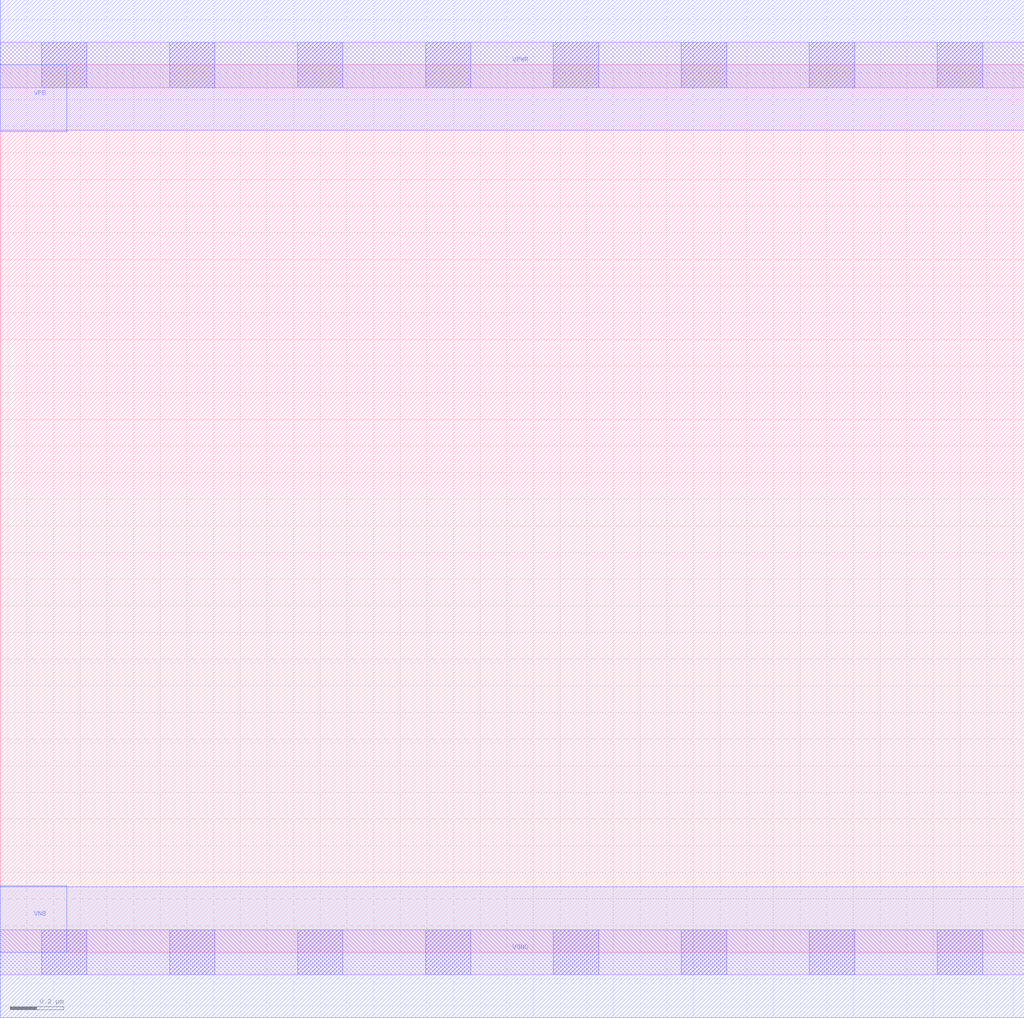
<source format=lef>
# Copyright 2020 The SkyWater PDK Authors
#
# Licensed under the Apache License, Version 2.0 (the "License");
# you may not use this file except in compliance with the License.
# You may obtain a copy of the License at
#
#     https://www.apache.org/licenses/LICENSE-2.0
#
# Unless required by applicable law or agreed to in writing, software
# distributed under the License is distributed on an "AS IS" BASIS,
# WITHOUT WARRANTIES OR CONDITIONS OF ANY KIND, either express or implied.
# See the License for the specific language governing permissions and
# limitations under the License.
#
# SPDX-License-Identifier: Apache-2.0

VERSION 5.5 ;
NAMESCASESENSITIVE ON ;
BUSBITCHARS "[]" ;
DIVIDERCHAR "/" ;
MACRO sky130_fd_sc_ms__fill_8
  CLASS CORE ;
  SOURCE USER ;
  ORIGIN  0.000000  0.000000 ;
  SIZE  3.840000 BY  3.330000 ;
  SYMMETRY X Y ;
  SITE unit ;
  PIN VGND
    DIRECTION INOUT ;
    USE GROUND ;
    PORT
      LAYER met1 ;
        RECT 0.000000 -0.245000 3.840000 0.245000 ;
    END
  END VGND
  PIN VNB
    DIRECTION INOUT ;
    USE GROUND ;
    PORT
      LAYER met1 ;
        RECT 0.000000 0.000000 0.250000 0.250000 ;
    END
  END VNB
  PIN VPB
    DIRECTION INOUT ;
    USE POWER ;
    PORT
      LAYER met1 ;
        RECT 0.000000 3.080000 0.250000 3.330000 ;
    END
  END VPB
  PIN VPWR
    DIRECTION INOUT ;
    USE POWER ;
    PORT
      LAYER met1 ;
        RECT 0.000000 3.085000 3.840000 3.575000 ;
    END
  END VPWR
  OBS
    LAYER li1 ;
      RECT 0.000000 -0.085000 3.840000 0.085000 ;
      RECT 0.000000  3.245000 3.840000 3.415000 ;
    LAYER mcon ;
      RECT 0.155000 -0.085000 0.325000 0.085000 ;
      RECT 0.155000  3.245000 0.325000 3.415000 ;
      RECT 0.635000 -0.085000 0.805000 0.085000 ;
      RECT 0.635000  3.245000 0.805000 3.415000 ;
      RECT 1.115000 -0.085000 1.285000 0.085000 ;
      RECT 1.115000  3.245000 1.285000 3.415000 ;
      RECT 1.595000 -0.085000 1.765000 0.085000 ;
      RECT 1.595000  3.245000 1.765000 3.415000 ;
      RECT 2.075000 -0.085000 2.245000 0.085000 ;
      RECT 2.075000  3.245000 2.245000 3.415000 ;
      RECT 2.555000 -0.085000 2.725000 0.085000 ;
      RECT 2.555000  3.245000 2.725000 3.415000 ;
      RECT 3.035000 -0.085000 3.205000 0.085000 ;
      RECT 3.035000  3.245000 3.205000 3.415000 ;
      RECT 3.515000 -0.085000 3.685000 0.085000 ;
      RECT 3.515000  3.245000 3.685000 3.415000 ;
  END
END sky130_fd_sc_ms__fill_8
END LIBRARY

</source>
